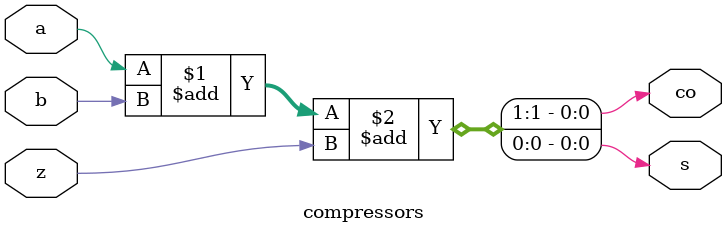
<source format=v>
`timescale 1ns / 1ps

module csa4_design(
    input [3:0]a,b,z,
    output [3:0]s,
    output co
);
    wire [4:0]c_temp;
    wire [4:0]s_temp;
    assign c_temp[0]=0;
    assign s_temp[4]=0;
    compressors c1_1(a[0],b[0],z[0],c_temp[1],s_temp[0]);
    compressors c1_2(a[1],b[1],z[1],c_temp[2],s_temp[1]);
    compressors c1_3(a[2],b[2],z[2],c_temp[3],s_temp[2]);
    compressors c1_4(a[3],b[3],z[3],c_temp[4],s_temp[3]);
    
    wire [3:0]co_temp;
    compressors c2_1(s_temp[0],c_temp[0],0,co_temp[0],s[0]);
    compressors c2_2(s_temp[1],c_temp[1],co_temp[0],co_temp[1],s[1]);
    compressors c2_3(s_temp[2],c_temp[2],co_temp[1],co_temp[2],s[2]);
    compressors c2_4(s_temp[3],c_temp[3],co_temp[2],co_temp[3],s[3]);

    wire p;
    compressors c2_5(s_temp[4],c_temp[4],co_temp[3],p,co);
endmodule

module compressors(
    input a,b,z,
    output co,
    output s
);
    assign {co,s}=a+b+z;
endmodule
</source>
